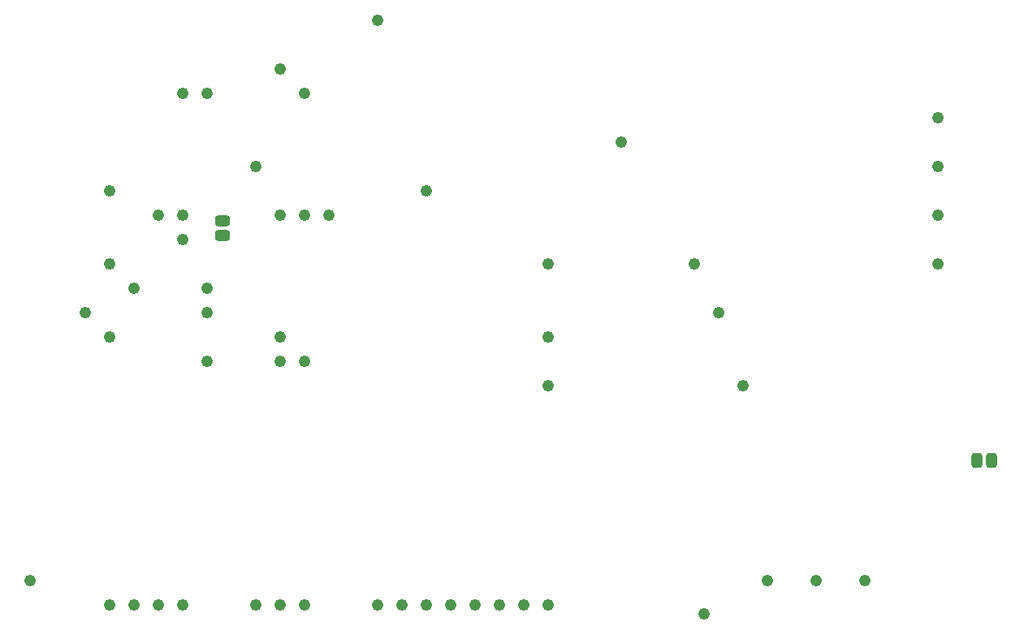
<source format=gbp>
G04 Layer_Color=128*
%FSLAX24Y24*%
%MOIN*%
G70*
G01*
G75*
G04:AMPARAMS|DCode=135|XSize=48mil|YSize=48mil|CornerRadius=24mil|HoleSize=0mil|Usage=FLASHONLY|Rotation=90.000|XOffset=0mil|YOffset=0mil|HoleType=Round|Shape=RoundedRectangle|*
%AMROUNDEDRECTD135*
21,1,0.0480,0.0000,0,0,90.0*
21,1,0.0000,0.0480,0,0,90.0*
1,1,0.0480,0.0000,0.0000*
1,1,0.0480,0.0000,0.0000*
1,1,0.0480,0.0000,0.0000*
1,1,0.0480,0.0000,0.0000*
%
%ADD135ROUNDEDRECTD135*%
G04:AMPARAMS|DCode=240|XSize=48mil|YSize=48mil|CornerRadius=24mil|HoleSize=0mil|Usage=FLASHONLY|Rotation=180.000|XOffset=0mil|YOffset=0mil|HoleType=Round|Shape=RoundedRectangle|*
%AMROUNDEDRECTD240*
21,1,0.0480,0.0000,0,0,180.0*
21,1,0.0000,0.0480,0,0,180.0*
1,1,0.0480,0.0000,0.0000*
1,1,0.0480,0.0000,0.0000*
1,1,0.0480,0.0000,0.0000*
1,1,0.0480,0.0000,0.0000*
%
%ADD240ROUNDEDRECTD240*%
G04:AMPARAMS|DCode=241|XSize=44mil|YSize=61mil|CornerRadius=10.5mil|HoleSize=0mil|Usage=FLASHONLY|Rotation=180.000|XOffset=0mil|YOffset=0mil|HoleType=Round|Shape=RoundedRectangle|*
%AMROUNDEDRECTD241*
21,1,0.0440,0.0400,0,0,180.0*
21,1,0.0230,0.0610,0,0,180.0*
1,1,0.0210,-0.0115,0.0200*
1,1,0.0210,0.0115,0.0200*
1,1,0.0210,0.0115,-0.0200*
1,1,0.0210,-0.0115,-0.0200*
%
%ADD241ROUNDEDRECTD241*%
G04:AMPARAMS|DCode=242|XSize=44mil|YSize=61mil|CornerRadius=10.5mil|HoleSize=0mil|Usage=FLASHONLY|Rotation=270.000|XOffset=0mil|YOffset=0mil|HoleType=Round|Shape=RoundedRectangle|*
%AMROUNDEDRECTD242*
21,1,0.0440,0.0400,0,0,270.0*
21,1,0.0230,0.0610,0,0,270.0*
1,1,0.0210,-0.0200,-0.0115*
1,1,0.0210,-0.0200,0.0115*
1,1,0.0210,0.0200,0.0115*
1,1,0.0210,0.0200,-0.0115*
%
%ADD242ROUNDEDRECTD242*%
D135*
X32000Y13000D02*
D03*
X31000D02*
D03*
X30000D02*
D03*
X29000D02*
D03*
X28000D02*
D03*
X27000D02*
D03*
X26000D02*
D03*
X25000D02*
D03*
X22000D02*
D03*
X21000D02*
D03*
X20000D02*
D03*
X14000D02*
D03*
X15000D02*
D03*
X16000D02*
D03*
X17000D02*
D03*
X35000Y32000D02*
D03*
X32000Y22000D02*
D03*
X10740Y14000D02*
D03*
D240*
X21000Y23000D02*
D03*
X22000D02*
D03*
X21000Y24000D02*
D03*
X14000Y27000D02*
D03*
X15000Y26000D02*
D03*
X18000D02*
D03*
Y25000D02*
D03*
Y23000D02*
D03*
X39000Y25000D02*
D03*
X38000Y27000D02*
D03*
X48000Y29000D02*
D03*
Y33000D02*
D03*
Y27000D02*
D03*
Y31000D02*
D03*
X32000Y24000D02*
D03*
Y27000D02*
D03*
X40000Y22000D02*
D03*
X21000Y29000D02*
D03*
X22000D02*
D03*
X27000Y30000D02*
D03*
X23000Y29000D02*
D03*
X17000Y34000D02*
D03*
X18000D02*
D03*
X21000Y35000D02*
D03*
X22000Y34000D02*
D03*
X17000Y28000D02*
D03*
X16000Y29000D02*
D03*
X14000Y30000D02*
D03*
X17000Y29000D02*
D03*
X14000Y24000D02*
D03*
X13000Y25000D02*
D03*
X25000Y37000D02*
D03*
X20000Y31000D02*
D03*
X41000Y14000D02*
D03*
X43000D02*
D03*
X45000D02*
D03*
X38410Y12640D02*
D03*
D241*
X50210Y18940D02*
D03*
X49610D02*
D03*
D242*
X18632Y28794D02*
D03*
Y28194D02*
D03*
M02*

</source>
